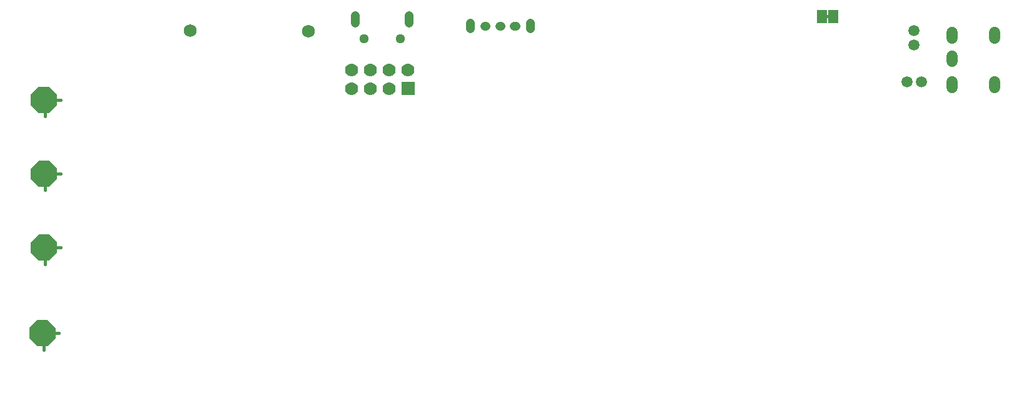
<source format=gts>
G04 Layer: TopSolderMaskLayer*
G04 EasyEDA v6.3.30, 2020-03-21T18:53:40+08:00*
G04 c5f63f6c624d440bb2292f988f7b391a,d4aa0ff59f9544bb86dfcbd96f28fb4a,05*
G04 Gerber Generator version 0.2*
G04 Scale: 100 percent, Rotated: No, Reflected: No *
G04 Dimensions in millimeters *
G04 leading zeros omitted , absolute positions ,3 integer and 3 decimal *
%FSLAX33Y33*%
%MOMM*%
G90*
G71D02*

%ADD63C,0.000000*%
%ADD64C,1.203198*%
%ADD65C,0.381000*%
%ADD66C,1.503197*%
%ADD67C,1.727200*%
%ADD71C,1.778000*%
%ADD72C,1.295400*%

%LPD*%
G54D64*
G01X78098Y75600D02*
G01X77899Y75600D01*
G01X76099Y75600D02*
G01X75900Y75600D01*
G01X74100Y75600D02*
G01X73901Y75600D01*
G01X71900Y75200D02*
G01X71900Y76000D01*
G01X80099Y75200D02*
G01X80099Y76000D01*
G54D65*
G01X15885Y45599D02*
G01X16469Y45599D01*
G01X14399Y43935D02*
G01X14399Y43351D01*
G01X15663Y33999D02*
G01X16248Y33999D01*
G01X14177Y32336D02*
G01X14177Y31752D01*
G01X15885Y65599D02*
G01X16469Y65599D01*
G01X14399Y63935D02*
G01X14399Y63351D01*
G01X15885Y55599D02*
G01X16469Y55599D01*
G01X14399Y53935D02*
G01X14399Y53351D01*
G54D64*
G01X63640Y76014D02*
G01X63640Y77014D01*
G01X56401Y76014D02*
G01X56401Y77014D01*
G54D66*
G01X137149Y74000D02*
G01X137149Y74700D01*
G01X142850Y74000D02*
G01X142850Y74700D01*
G01X137149Y70800D02*
G01X137149Y71500D01*
G01X137149Y67300D02*
G01X137149Y68000D01*
G01X142850Y67300D02*
G01X142850Y68000D01*
G54D67*
G01X34000Y75000D03*
G01X50000Y74900D03*
G54D63*
G01X44500Y24499D03*
G01X137000Y28999D03*
G36*
G01X120375Y75998D02*
G01X120375Y77801D01*
G01X121747Y77801D01*
G01X121747Y75998D01*
G01X120375Y75998D01*
G37*
G36*
G01X118851Y75998D02*
G01X118851Y77801D01*
G01X120223Y77801D01*
G01X120223Y75998D01*
G01X118851Y75998D01*
G37*
G36*
G01X119880Y76671D02*
G01X119880Y77128D01*
G01X120718Y77128D01*
G01X120718Y76671D01*
G01X119880Y76671D01*
G37*
G54D66*
G01X131000Y68000D03*
G01X133000Y68000D03*
G01X132000Y74999D03*
G01X132000Y72999D03*
G36*
G01X62621Y66242D02*
G01X62621Y68020D01*
G01X64399Y68020D01*
G01X64399Y66242D01*
G01X62621Y66242D01*
G37*
G54D71*
G01X63510Y69669D03*
G01X60970Y67129D03*
G01X60970Y69669D03*
G01X58430Y67129D03*
G01X58430Y69669D03*
G01X55890Y67129D03*
G01X55890Y69669D03*
G54D72*
G01X57579Y73859D03*
G01X62430Y73839D03*

%LPD*%
G36*
G01X14932Y47377D02*
G01X13510Y47377D01*
G01X12443Y46310D01*
G01X12443Y44888D01*
G01X13510Y43821D01*
G01X14932Y43821D01*
G01X15999Y44888D01*
G01X15999Y46310D01*
G01X14932Y47377D01*
G37*

%LPD*%
G36*
G01X14711Y35778D02*
G01X13288Y35778D01*
G01X12221Y34711D01*
G01X12221Y33288D01*
G01X13288Y32222D01*
G01X14711Y32222D01*
G01X15777Y33288D01*
G01X15777Y34711D01*
G01X14711Y35778D01*
G37*

%LPD*%
G36*
G01X14932Y67377D02*
G01X13510Y67377D01*
G01X12443Y66310D01*
G01X12443Y64888D01*
G01X13510Y63821D01*
G01X14932Y63821D01*
G01X15999Y64888D01*
G01X15999Y66310D01*
G01X14932Y67377D01*
G37*

%LPD*%
G36*
G01X14932Y57377D02*
G01X13510Y57377D01*
G01X12443Y56310D01*
G01X12443Y54888D01*
G01X13510Y53821D01*
G01X14932Y53821D01*
G01X15999Y54888D01*
G01X15999Y56310D01*
G01X14932Y57377D01*
G37*
M00*
M02*

</source>
